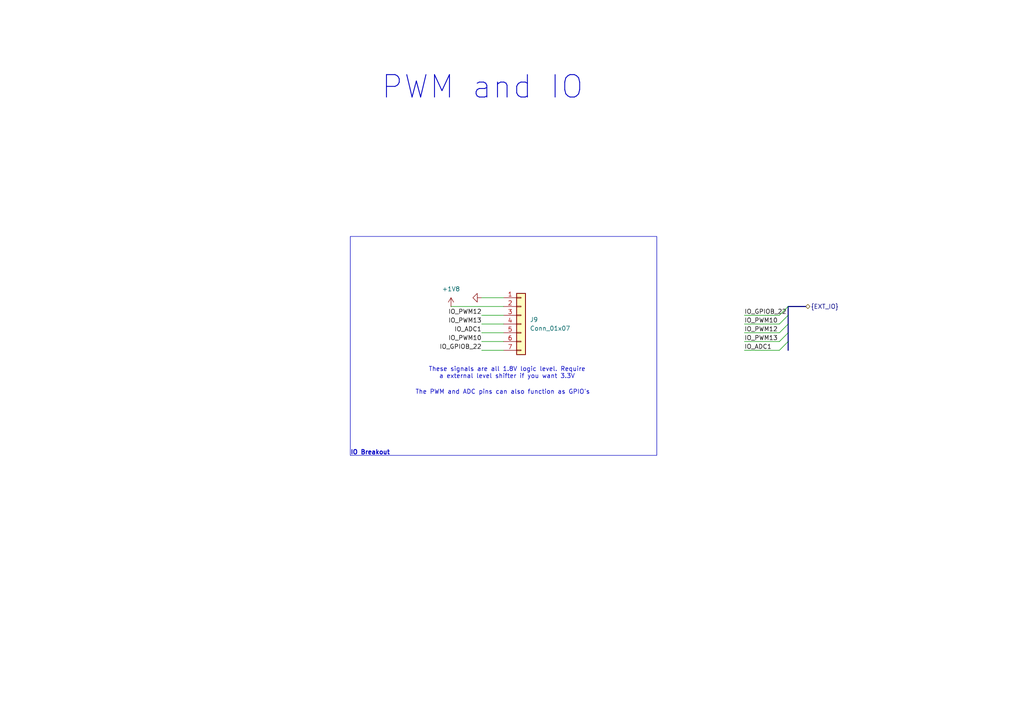
<source format=kicad_sch>
(kicad_sch (version 20250114) (generator "eeschema") (generator_version "9.0")
  (paper "A4")
  (title_block (title "${BOARD_NAME}") (date "${RELEASE_DATE}") (rev "${REVISION}") (company "${COMPANY}") (comment 1 "${VARIANT}"))
  (lib_symbols
    (symbol "Connector_Generic:Conn_01x07" (pin_names (offset 1.016) (hide yes))
      (property "Reference" "J" (at 0 10.16 0))
      (property "Value" "Conn_01x07" (at 0 -10.16 0))
      (symbol "Conn_01x07_1_1"
        (rectangle (start -1.27 8.89) (end 1.27 -8.89) (stroke (width 0.254)) (fill (type background)))
        (rectangle (start -1.27 7.747) (end 0 7.493) (stroke (width 0.1524)))
        (rectangle (start -1.27 5.207) (end 0 4.953) (stroke (width 0.1524)))
        (rectangle (start -1.27 2.667) (end 0 2.413) (stroke (width 0.1524)))
        (rectangle (start -1.27 0.127) (end 0 -0.127) (stroke (width 0.1524)))
        (rectangle (start -1.27 -2.413) (end 0 -2.667) (stroke (width 0.1524)))
        (rectangle (start -1.27 -4.953) (end 0 -5.207) (stroke (width 0.1524)))
        (rectangle (start -1.27 -7.493) (end 0 -7.747) (stroke (width 0.1524)))
        (pin passive line (at -5.08 7.62 0) (length 3.81) (name "Pin_1") (number "1"))
        (pin passive line (at -5.08 5.08 0) (length 3.81) (name "Pin_2") (number "2"))
        (pin passive line (at -5.08 2.54 0) (length 3.81) (name "Pin_3") (number "3"))
        (pin passive line (at -5.08 0 0) (length 3.81) (name "Pin_4") (number "4"))
        (pin passive line (at -5.08 -2.54 0) (length 3.81) (name "Pin_5") (number "5"))
        (pin passive line (at -5.08 -5.08 0) (length 3.81) (name "Pin_6") (number "6"))
        (pin passive line (at -5.08 -7.62 0) (length 3.81) (name "Pin_7") (number "7"))
      )
    )
    (symbol "power:+1V8" (power) (pin_numbers (hide yes)) (pin_names (offset 0) (hide yes))
      (property "Value" "+1V8" (at 0 3.556 0))
      (symbol "+1V8_0_1"
        (polyline (pts (xy -0.762 1.27) (xy 0 2.54)))
        (polyline (pts (xy 0 2.54) (xy 0.762 1.27)))
        (polyline (pts (xy 0 0) (xy 0 2.54)))
      )
      (symbol "+1V8_1_1"
        (pin power_in line (at 0 0 90) (length 0) (name "~") (number "1"))
      )
    )
    (symbol "power:GND" (power) (pin_numbers (hide yes)) (pin_names (offset 0) (hide yes))
      (property "Value" "GND" (at 0 -3.81 0))
      (symbol "GND_0_1"
        (polyline (pts (xy 0 0) (xy 0 -1.27) (xy 1.27 -1.27) (xy 0 -2.54) (xy -1.27 -1.27) (xy 0 -1.27)))
      )
      (symbol "GND_1_1"
        (pin power_in line (at 0 0 270) (length 0) (name "~") (number "1"))
      )
    )
  )
  (bus_alias "EXT_IO" (members "IO_GPIOB_22" "IO_PWM10" "IO_PWM12" "IO_PWM13" "IO_ADC1"))
  (rectangle (start 101.6 68.58) (end 190.5 132.08))
  (text "The PWM and ADC pins can also function as GPIO's" (at 145.796 113.792 0) (effects (font (size 1.27 1.27))))
  (text "IO Breakout" (at 101.6 132.08 0) (effects (font (size 1.27 1.27) (thickness 0.254) (bold yes)) (justify left bottom)))
  (text "These signals are all 1.8V logic level. Require\na external level shifter if you want 3.3V" (at 147.066 108.204 0) (effects (font (size 1.27 1.27))))
  (text "PWM and IO" (at 139.954 25.4 0) (effects (font (size 6.5024 6.5024) (thickness 0.254) (bold yes))))
  (bus_entry (at 228.6 93.98) (size -2.54 2.54))
  (bus_entry (at 228.6 96.52) (size -2.54 2.54))
  (bus_entry (at 228.6 91.44) (size -2.54 2.54))
  (bus_entry (at 228.6 88.9) (size -2.54 2.54))
  (bus_entry (at 228.6 99.06) (size -2.54 2.54))
  (bus (pts (xy 228.6 96.52) (xy 228.6 99.06)))
  (wire (pts (xy 215.9 91.44) (xy 226.06 91.44)))
  (bus (pts (xy 228.6 93.98) (xy 228.6 96.52)))
  (wire (pts (xy 139.7 96.52) (xy 146.05 96.52)))
  (wire (pts (xy 130.81 88.9) (xy 146.05 88.9)))
  (wire (pts (xy 139.7 101.6) (xy 146.05 101.6)))
  (bus (pts (xy 228.6 88.9) (xy 228.6 91.44)))
  (bus (pts (xy 228.6 99.06) (xy 228.6 101.6)))
  (bus (pts (xy 228.6 91.44) (xy 228.6 93.98)))
  (wire (pts (xy 215.9 101.6) (xy 226.06 101.6)))
  (wire (pts (xy 139.7 99.06) (xy 146.05 99.06)))
  (wire (pts (xy 215.9 96.52) (xy 226.06 96.52)))
  (bus (pts (xy 233.68 88.9) (xy 228.6 88.9)))
  (wire (pts (xy 215.9 99.06) (xy 226.06 99.06)))
  (wire (pts (xy 139.7 86.36) (xy 146.05 86.36)))
  (wire (pts (xy 215.9 93.98) (xy 226.06 93.98)))
  (wire (pts (xy 139.7 91.44) (xy 146.05 91.44)))
  (wire (pts (xy 139.7 93.98) (xy 146.05 93.98)))
  (label "IO_GPIOB_22" (at 215.9 91.44 0))
  (label "IO_ADC1" (at 139.7 96.52 180))
  (label "IO_PWM12" (at 139.7 91.44 180))
  (label "IO_PWM10" (at 139.7 99.06 180))
  (label "IO_PWM13" (at 139.7 93.98 180))
  (label "IO_ADC1" (at 215.9 101.6 0))
  (label "IO_PWM10" (at 215.9 93.98 0))
  (label "IO_GPIOB_22" (at 139.7 101.6 180))
  (label "IO_PWM13" (at 215.9 99.06 0))
  (label "IO_PWM12" (at 215.9 96.52 0))
  (hierarchical_label "{EXT_IO}" (shape bidirectional) (at 233.68 88.9 0))
  (symbol (lib_id "power:GND") (at 139.7 86.36 270) (unit 1)
    (property "Reference" "#PWR0105" (effects (hide yes)))
    (property "Value" "GND" (effects (hide yes)))
    (property "Description" "Power symbol creates a global label with name \"GND\" , ground" (effects (hide yes)))
  )
  (symbol (lib_id "power:+1V8") (at 130.81 88.9 0) (unit 1)
    (property "Reference" "#PWR0106" (effects (hide yes)))
    (property "Value" "+1V8" (at 130.81 83.82 0))
    (property "Description" "Power symbol creates a global label with name \"+1V8\"" (effects (hide yes)))
  )
  (symbol (lib_id "Connector_Generic:Conn_01x07") (at 151.13 93.98 0) (unit 1)
    (property "Reference" "J9" (at 153.67 92.7099 0) (effects (justify left)))
    (property "Value" "Conn_01x07" (at 153.67 95.2499 0) (effects (justify left)))
    (property "Footprint" "Connector_PinHeader_1.00mm:PinHeader_1x07_P1.00mm_Vertical" (effects (hide yes)))
    (property "Description" "Generic connector, single row, 01x07, script generated (kicad-library-utils/schlib/autogen/connector/)" (effects (hide yes)))
  )
)
</source>
